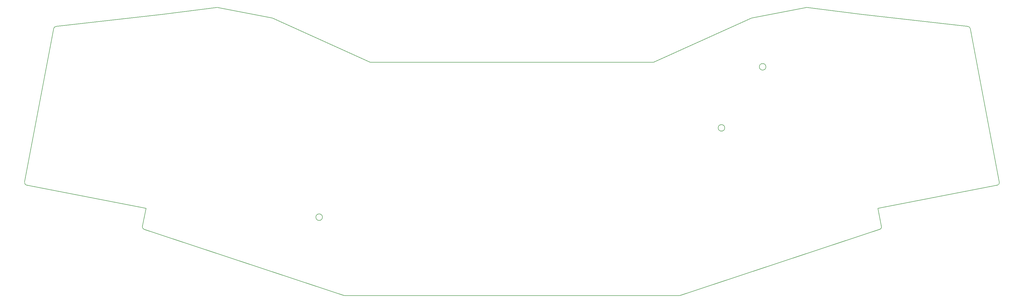
<source format=gm1>
G04 #@! TF.GenerationSoftware,KiCad,Pcbnew,(5.1.4-0-10_14)*
G04 #@! TF.CreationDate,2021-05-16T21:06:51-06:00*
G04 #@! TF.ProjectId,avlo44,61766c6f-3434-42e6-9b69-6361645f7063,0.1*
G04 #@! TF.SameCoordinates,Original*
G04 #@! TF.FileFunction,Profile,NP*
%FSLAX46Y46*%
G04 Gerber Fmt 4.6, Leading zero omitted, Abs format (unit mm)*
G04 Created by KiCad (PCBNEW (5.1.4-0-10_14)) date 2021-05-16 21:06:51*
%MOMM*%
%LPD*%
G04 APERTURE LIST*
%ADD10C,0.200000*%
G04 APERTURE END LIST*
D10*
X344988033Y-177910191D02*
X344982800Y-177914300D01*
X344982800Y-177914300D02*
X346271439Y-184466733D01*
X346271439Y-184466733D02*
G75*
G02X345595666Y-185609661I-981646J-190832D01*
G01*
X76685236Y-185609661D02*
G75*
G02X76017865Y-184469514I314256J949338D01*
G01*
X345595666Y-185609661D02*
X272716431Y-209734598D01*
X149564472Y-209734598D02*
X76685236Y-185609661D01*
X149878728Y-209785260D02*
G75*
G02X149564472Y-209734598I0J1000000D01*
G01*
X272402175Y-209785260D02*
X149878728Y-209785260D01*
X272716431Y-209734598D02*
G75*
G02X272402175Y-209785260I-314256J949338D01*
G01*
X141820903Y-181132218D02*
G75*
G03X141820903Y-181132218I-1200000J0D01*
G01*
X304010645Y-126132850D02*
G75*
G03X304010645Y-126132850I-1200000J0D01*
G01*
X288945559Y-148467758D02*
G75*
G03X288945559Y-148467758I-1200000J0D01*
G01*
X388563424Y-169440004D02*
X344988033Y-177910191D01*
X389355203Y-168272575D02*
G75*
G02X388563424Y-169440004I-982587J-185802D01*
G01*
X378742447Y-112148717D02*
X389355203Y-168272575D01*
X377872757Y-111340913D02*
G75*
G02X378742447Y-112148717I-112897J-993607D01*
G01*
X338915731Y-106914449D02*
X377872757Y-111340913D01*
X318876645Y-104441786D02*
X338915731Y-106914449D01*
X318563373Y-104452632D02*
G75*
G02X318876645Y-104441786I190808J-981627D01*
G01*
X298759241Y-108302169D02*
X318563373Y-104452632D01*
X298538682Y-108372327D02*
G75*
G02X298759241Y-108302169I411368J-911469D01*
G01*
X262962160Y-124428867D02*
X298538682Y-108372327D01*
X159318740Y-124428870D02*
X262962160Y-124428867D01*
X123742218Y-108372330D02*
X159318740Y-124428870D01*
X123521659Y-108302172D02*
G75*
G02X123742218Y-108372330I-190809J-981627D01*
G01*
X103717525Y-104452636D02*
X123521659Y-108302172D01*
X103404253Y-104441790D02*
G75*
G02X103717525Y-104452636I122463J-992473D01*
G01*
X83365167Y-106914454D02*
X103404253Y-104441790D01*
X44408141Y-111340918D02*
X83365167Y-106914454D01*
X43538452Y-112148721D02*
G75*
G02X44408141Y-111340918I982586J-185803D01*
G01*
X32925697Y-168272578D02*
X43538452Y-112148721D01*
X33717476Y-169440007D02*
G75*
G02X32925697Y-168272578I190808J981627D01*
G01*
X77292868Y-177910193D02*
X33717476Y-169440007D01*
X76017865Y-184469514D02*
X77292868Y-177910193D01*
M02*

</source>
